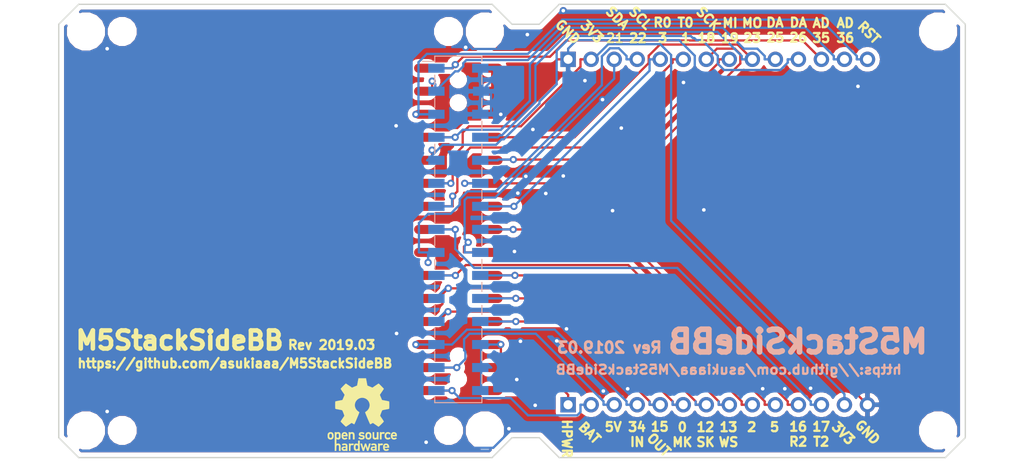
<source format=kicad_pcb>
(kicad_pcb (version 20171130) (host pcbnew 5.0.2-bee76a0~70~ubuntu18.04.1)
  (layers (0 F.Cu signal) (31 B.Cu signal) (34 B.Paste user) (35 F.Paste user) (36 B.SilkS user) (37 F.SilkS user) (38 B.Mask user) (39 F.Mask user) (44 Edge.Cuts user))
  (net 0 "")
  (net 1 GND)
  (net 2 G23)
  (net 3 G19)
  (net 4 G18)
  (net 5 G3)
  (net 6 G16)
  (net 7 G21)
  (net 8 G2)
  (net 9 G12)
  (net 10 G15)
  (net 11 HPWR)
  (net 12 +BATT)
  (net 13 +5V)
  (net 14 G34)
  (net 15 G0)
  (net 16 G13)
  (net 17 G5)
  (net 18 G22)
  (net 19 G17)
  (net 20 G1)
  (net 21 G26)
  (net 22 G25)
  (net 23 RST)
  (net 24 G36)
  (net 25 G35)
  (net 26 +3V3)
  (module footprints:PinHeader_2x15_P2.54mm_M5Stack_SpacerPCB_pads (layer F.Cu) (at 144.074 74.8284)
    (fp_text reference J3 hide)
    (fp_text value Conn_02x15_Odd_Even)
    (pad "" np_thru_hole oval (at 0 13.97) (size 0.9 0.9) (drill 0.9) (layers *.Cu *.Mask))
    (pad "" np_thru_hole oval (at 0 -13.97) (size 0.9 0.9) (drill 0.9) (layers *.Cu *.Mask))
    (pad 30 smd oval (at 3.88 17.78) (size 2 1) (layers F.Cu F.Paste F.Mask) (net 11 HPWR))
    (pad 28 smd oval (at 3.88 15.24) (size 2 1) (layers F.Cu F.Paste F.Mask) (net 11 HPWR))
    (pad 26 smd oval (at 3.88 12.7) (size 2 1) (layers F.Cu F.Paste F.Mask) (net 11 HPWR))
    (pad 24 smd oval (at 3.88 10.16) (size 2 1) (layers F.Cu F.Paste F.Mask) (net 10 G15))
    (pad 22 smd oval (at 3.88 7.62) (size 2 1) (layers F.Cu F.Paste F.Mask) (net 9 G12))
    (pad 20 smd oval (at 3.88 5.08) (size 2 1) (layers F.Cu F.Paste F.Mask) (net 8 G2))
    (pad 18 smd oval (at 3.88 2.54) (size 2 1) (layers F.Cu F.Paste F.Mask) (net 7 G21))
    (pad 16 smd oval (at 3.88 0.01) (size 2 1) (layers F.Cu F.Paste F.Mask) (net 6 G16))
    (pad 14 smd oval (at 3.88 -2.55) (size 2 1) (layers F.Cu F.Paste F.Mask) (net 5 G3))
    (pad 12 smd oval (at 3.88 -5.08) (size 2 1) (layers F.Cu F.Paste F.Mask) (net 4 G18))
    (pad 10 smd oval (at 3.88 -7.62) (size 2 1) (layers F.Cu F.Paste F.Mask) (net 3 G19))
    (pad 8 smd oval (at 3.88 -10.16) (size 2 1) (layers F.Cu F.Paste F.Mask) (net 2 G23))
    (pad 6 smd oval (at 3.88 -12.7) (size 2 1) (layers F.Cu F.Paste F.Mask) (net 1 GND))
    (pad 4 smd oval (at 3.88 -15.24) (size 2 1) (layers F.Cu F.Paste F.Mask) (net 1 GND))
    (pad 2 smd oval (at 3.88 -17.78) (size 2 1) (layers F.Cu F.Paste F.Mask) (net 1 GND))
    (pad 29 smd oval (at -3.88 17.78) (size 2 1) (layers F.Cu F.Paste F.Mask) (net 12 +BATT))
    (pad 27 smd oval (at -3.88 15.24) (size 2 1) (layers F.Cu F.Paste F.Mask) (net 13 +5V))
    (pad 25 smd oval (at -3.88 12.7) (size 2 1) (layers F.Cu F.Paste F.Mask) (net 14 G34))
    (pad 23 smd oval (at -3.88 10.16) (size 2 1) (layers F.Cu F.Paste F.Mask) (net 15 G0))
    (pad 21 smd oval (at -3.88 7.62) (size 2 1) (layers F.Cu F.Paste F.Mask) (net 16 G13))
    (pad 19 smd oval (at -3.88 5.08) (size 2 1) (layers F.Cu F.Paste F.Mask) (net 17 G5))
    (pad 17 smd oval (at -3.88 2.54) (size 2 1) (layers F.Cu F.Paste F.Mask) (net 18 G22))
    (pad 15 smd oval (at -3.88 0.01) (size 2 1) (layers F.Cu F.Paste F.Mask) (net 19 G17))
    (pad 13 smd oval (at -3.88 -2.54) (size 2 1) (layers F.Cu F.Paste F.Mask) (net 20 G1))
    (pad 11 smd oval (at -3.88 -5.08) (size 2 1) (layers F.Cu F.Paste F.Mask) (net 26 +3V3))
    (pad 9 smd oval (at -3.88 -7.62) (size 2 1) (layers F.Cu F.Paste F.Mask) (net 21 G26))
    (pad 7 smd oval (at -3.88 -10.16) (size 2 1) (layers F.Cu F.Paste F.Mask) (net 22 G25))
    (pad 5 smd oval (at -3.88 -12.7) (size 2 1) (layers F.Cu F.Paste F.Mask) (net 23 RST))
    (pad 3 smd oval (at -3.88 -15.24) (size 2 1) (layers F.Cu F.Paste F.Mask) (net 24 G36))
    (pad 1 smd oval (at -3.88 -17.78) (size 2 1) (layers F.Cu F.Paste F.Mask) (net 25 G35))
  )
  (module MountingHole:MountingHole_3.2mm_M3 (layer F.Cu) (at 103 53)
    (fp_text reference REF1 hide)
    (fp_text value MountingHole_3.2mm_M3)
    (pad 1 np_thru_hole circle (at 0 0) (size 3.2 3.2) (drill 3.2) (layers *.Cu *.Mask))
  )
  (module MountingHole:MountingHole_3.2mm_M3 (layer F.Cu) (at 147 53)
    (fp_text reference REF4 hide)
    (fp_text value MountingHole_3.2mm_M3)
    (pad 1 np_thru_hole circle (at 0 0) (size 3.2 3.2) (drill 3.2) (layers *.Cu *.Mask))
  )
  (module MountingHole:MountingHole_3.2mm_M3 (layer F.Cu) (at 103 97)
    (fp_text reference REF6 hide)
    (fp_text value MountingHole_3.2mm_M3)
    (pad 1 np_thru_hole circle (at 0 0) (size 3.2 3.2) (drill 3.2) (layers *.Cu *.Mask))
  )
  (module MountingHole:MountingHole_3.2mm_M3 (layer F.Cu) (at 147 97)
    (fp_text reference REF9 hide)
    (fp_text value MountingHole_3.2mm_M3)
    (pad 1 np_thru_hole circle (at 0 0) (size 3.2 3.2) (drill 3.2) (layers *.Cu *.Mask))
  )
  (module MountingHole:MountingHole_2.2mm_M2 (layer F.Cu) (at 107 53)
    (fp_text reference REF2 hide)
    (fp_text value MountingHole_2.2mm_M2)
    (pad 1 np_thru_hole circle (at 0 0) (size 2.2 2.2) (drill 2.2) (layers *.Cu *.Mask))
  )
  (module MountingHole:MountingHole_2.2mm_M2 (layer F.Cu) (at 143 53)
    (fp_text reference REF3 hide)
    (fp_text value MountingHole_2.2mm_M2)
    (pad 1 np_thru_hole circle (at 0 0) (size 2.2 2.2) (drill 2.2) (layers *.Cu *.Mask))
  )
  (module MountingHole:MountingHole_2.2mm_M2 (layer F.Cu) (at 107 97)
    (fp_text reference REF7 hide)
    (fp_text value MountingHole_2.2mm_M2)
    (pad 1 np_thru_hole circle (at 0 0) (size 2.2 2.2) (drill 2.2) (layers *.Cu *.Mask))
  )
  (module MountingHole:MountingHole_2.2mm_M2 (layer F.Cu) (at 143 97)
    (fp_text reference REF8 hide)
    (fp_text value MountingHole_2.2mm_M2)
    (pad 1 np_thru_hole circle (at 0 0) (size 2.2 2.2) (drill 2.2) (layers *.Cu *.Mask))
  )
  (module MountingHole:MountingHole_3.2mm_M3 (layer F.Cu) (at 197 53)
    (fp_text reference REF5 hide)
    (fp_text value MountingHole_3.2mm_M3)
    (pad 1 np_thru_hole circle (at 0 0) (size 3.2 3.2) (drill 3.2) (layers *.Cu *.Mask))
  )
  (module MountingHole:MountingHole_3.2mm_M3 (layer F.Cu) (at 197 97)
    (fp_text reference REF10 hide)
    (fp_text value MountingHole_3.2mm_M3)
    (pad 1 np_thru_hole circle (at 0 0) (size 3.2 3.2) (drill 3.2) (layers *.Cu *.Mask))
  )
  (module footprints:PinSocket_1x14_P2.54mm_Vertical_without_silk (layer F.Cu) (at 156.185 56.07 90)
    (fp_text reference J1 hide)
    (fp_text value Conn_01x14)
    (pad 14 thru_hole oval (at 0 33.02 90) (size 1.7 1.7) (drill 1) (layers *.Cu *.Mask) (net 23 RST))
    (pad 13 thru_hole oval (at 0 30.48 90) (size 1.7 1.7) (drill 1) (layers *.Cu *.Mask) (net 24 G36))
    (pad 12 thru_hole oval (at 0 27.94 90) (size 1.7 1.7) (drill 1) (layers *.Cu *.Mask) (net 25 G35))
    (pad 11 thru_hole oval (at 0 25.4 90) (size 1.7 1.7) (drill 1) (layers *.Cu *.Mask) (net 21 G26))
    (pad 10 thru_hole oval (at 0 22.86 90) (size 1.7 1.7) (drill 1) (layers *.Cu *.Mask) (net 22 G25))
    (pad 9 thru_hole oval (at 0 20.32 90) (size 1.7 1.7) (drill 1) (layers *.Cu *.Mask) (net 2 G23))
    (pad 8 thru_hole oval (at 0 17.78 90) (size 1.7 1.7) (drill 1) (layers *.Cu *.Mask) (net 3 G19))
    (pad 7 thru_hole oval (at 0 15.24 90) (size 1.7 1.7) (drill 1) (layers *.Cu *.Mask) (net 4 G18))
    (pad 6 thru_hole oval (at 0 12.7 90) (size 1.7 1.7) (drill 1) (layers *.Cu *.Mask) (net 20 G1))
    (pad 5 thru_hole oval (at 0 10.16 90) (size 1.7 1.7) (drill 1) (layers *.Cu *.Mask) (net 5 G3))
    (pad 4 thru_hole oval (at 0 7.62 90) (size 1.7 1.7) (drill 1) (layers *.Cu *.Mask) (net 18 G22))
    (pad 3 thru_hole oval (at 0 5.08 90) (size 1.7 1.7) (drill 1) (layers *.Cu *.Mask) (net 7 G21))
    (pad 2 thru_hole oval (at 0 2.54 90) (size 1.7 1.7) (drill 1) (layers *.Cu *.Mask) (net 26 +3V3))
    (pad 1 thru_hole rect (at 0 0 90) (size 1.7 1.7) (drill 1) (layers *.Cu *.Mask) (net 1 GND))
  )
  (module footprints:PinSocket_1x14_P2.54mm_Vertical_without_silk (layer F.Cu) (at 156.185 94.17 90)
    (fp_text reference J2 hide)
    (fp_text value Conn_01x14)
    (pad 1 thru_hole rect (at 0 0 90) (size 1.7 1.7) (drill 1) (layers *.Cu *.Mask) (net 11 HPWR))
    (pad 2 thru_hole oval (at 0 2.54 90) (size 1.7 1.7) (drill 1) (layers *.Cu *.Mask) (net 12 +BATT))
    (pad 3 thru_hole oval (at 0 5.08 90) (size 1.7 1.7) (drill 1) (layers *.Cu *.Mask) (net 13 +5V))
    (pad 4 thru_hole oval (at 0 7.62 90) (size 1.7 1.7) (drill 1) (layers *.Cu *.Mask) (net 14 G34))
    (pad 5 thru_hole oval (at 0 10.16 90) (size 1.7 1.7) (drill 1) (layers *.Cu *.Mask) (net 10 G15))
    (pad 6 thru_hole oval (at 0 12.7 90) (size 1.7 1.7) (drill 1) (layers *.Cu *.Mask) (net 15 G0))
    (pad 7 thru_hole oval (at 0 15.24 90) (size 1.7 1.7) (drill 1) (layers *.Cu *.Mask) (net 9 G12))
    (pad 8 thru_hole oval (at 0 17.78 90) (size 1.7 1.7) (drill 1) (layers *.Cu *.Mask) (net 16 G13))
    (pad 9 thru_hole oval (at 0 20.32 90) (size 1.7 1.7) (drill 1) (layers *.Cu *.Mask) (net 8 G2))
    (pad 10 thru_hole oval (at 0 22.86 90) (size 1.7 1.7) (drill 1) (layers *.Cu *.Mask) (net 17 G5))
    (pad 11 thru_hole oval (at 0 25.4 90) (size 1.7 1.7) (drill 1) (layers *.Cu *.Mask) (net 6 G16))
    (pad 12 thru_hole oval (at 0 27.94 90) (size 1.7 1.7) (drill 1) (layers *.Cu *.Mask) (net 19 G17))
    (pad 13 thru_hole oval (at 0 30.48 90) (size 1.7 1.7) (drill 1) (layers *.Cu *.Mask) (net 26 +3V3))
    (pad 14 thru_hole oval (at 0 33.02 90) (size 1.7 1.7) (drill 1) (layers *.Cu *.Mask) (net 1 GND))
  )
  (module Symbol:OSHW-Logo_7.5x8mm_SilkScreen (layer F.Cu) (at 133.46684 95.25508)
    (fp_text reference REF** hide)
    (fp_text value OSHW-Logo_7.5x8mm_SilkScreen hide)
  )
  (module footprints:PinSocket_2x15_P2.54mm_Vertical_SMD_just_for_M5Stack_bottom (layer B.Cu) (at 144.074 74.8284 180)
    (fp_text reference J4 hide)
    (fp_text value Conn_02x15_Odd_Even)
    (pad "" np_thru_hole circle (at 0 -16.51 180) (size 0.9 0.9) (drill 0.9) (layers *.Cu *.Mask))
    (pad "" np_thru_hole circle (at 0 16.51 180) (size 0.9 0.9) (drill 0.9) (layers *.Cu *.Mask))
    (pad 1 smd rect (at 2.42 17.78 180) (size 1.8 1) (layers B.Cu B.Paste B.Mask) (net 25 G35))
    (pad 2 smd rect (at -2.42 17.78 180) (size 1.8 1) (layers B.Cu B.Paste B.Mask) (net 1 GND))
    (pad 3 smd rect (at 2.42 15.24 180) (size 1.8 1) (layers B.Cu B.Paste B.Mask) (net 24 G36))
    (pad 4 smd rect (at -2.52 15.24 180) (size 1.8 1) (layers B.Cu B.Paste B.Mask) (net 1 GND))
    (pad 5 smd rect (at 2.42 12.7 180) (size 1.8 1) (layers B.Cu B.Paste B.Mask) (net 23 RST))
    (pad 6 smd rect (at -2.42 12.7 180) (size 1.8 1) (layers B.Cu B.Paste B.Mask) (net 1 GND))
    (pad 7 smd rect (at 2.42 10.16 180) (size 1.8 1) (layers B.Cu B.Paste B.Mask) (net 22 G25))
    (pad 8 smd rect (at -2.42 10.16 180) (size 1.8 1) (layers B.Cu B.Paste B.Mask) (net 2 G23))
    (pad 9 smd rect (at 2.42 7.62 180) (size 1.8 1) (layers B.Cu B.Paste B.Mask) (net 21 G26))
    (pad 10 smd rect (at -2.42 7.62 180) (size 1.8 1) (layers B.Cu B.Paste B.Mask) (net 3 G19))
    (pad 11 smd rect (at 2.42 5.08 180) (size 1.8 1) (layers B.Cu B.Paste B.Mask) (net 26 +3V3))
    (pad 12 smd rect (at -2.42 5.08 180) (size 1.8 1) (layers B.Cu B.Paste B.Mask) (net 4 G18))
    (pad 13 smd rect (at 2.42 2.54 180) (size 1.8 1) (layers B.Cu B.Paste B.Mask) (net 20 G1))
    (pad 14 smd rect (at -2.42 2.54 180) (size 1.8 1) (layers B.Cu B.Paste B.Mask) (net 5 G3))
    (pad 15 smd rect (at 2.42 0 180) (size 1.8 1) (layers B.Cu B.Paste B.Mask) (net 19 G17))
    (pad 16 smd rect (at -2.42 0 180) (size 1.8 1) (layers B.Cu B.Paste B.Mask) (net 6 G16))
    (pad 17 smd rect (at 2.42 -2.54 180) (size 1.8 1) (layers B.Cu B.Paste B.Mask) (net 18 G22))
    (pad 18 smd rect (at -2.42 -2.54 180) (size 1.8 1) (layers B.Cu B.Paste B.Mask) (net 7 G21))
    (pad 19 smd rect (at 2.42 -5.08 180) (size 1.8 1) (layers B.Cu B.Paste B.Mask) (net 17 G5))
    (pad 20 smd rect (at -2.42 -5.08 180) (size 1.8 1) (layers B.Cu B.Paste B.Mask) (net 8 G2))
    (pad 21 smd rect (at 2.42 -7.62 180) (size 1.8 1) (layers B.Cu B.Paste B.Mask) (net 16 G13))
    (pad 22 smd rect (at -2.42 -7.62 180) (size 1.8 1) (layers B.Cu B.Paste B.Mask) (net 9 G12))
    (pad 23 smd rect (at 2.42 -10.16 180) (size 1.8 1) (layers B.Cu B.Paste B.Mask) (net 15 G0))
    (pad 24 smd rect (at -2.42 -10.16 180) (size 1.8 1) (layers B.Cu B.Paste B.Mask) (net 10 G15))
    (pad 25 smd rect (at 2.42 -12.7 180) (size 1.8 1) (layers B.Cu B.Paste B.Mask) (net 14 G34))
    (pad 26 smd rect (at -2.42 -12.7 180) (size 1.8 1) (layers B.Cu B.Paste B.Mask) (net 11 HPWR))
    (pad 27 smd rect (at 2.42 -15.24 180) (size 1.8 1) (layers B.Cu B.Paste B.Mask) (net 13 +5V))
    (pad 28 smd rect (at -2.42 -15.24 180) (size 1.8 1) (layers B.Cu B.Paste B.Mask) (net 11 HPWR))
    (pad 29 smd rect (at 2.42 -17.78 180) (size 1.8 1) (layers B.Cu B.Paste B.Mask) (net 12 +BATT))
    (pad 30 smd rect (at -2.42 -17.78 180) (size 1.8 1) (layers B.Cu B.Paste B.Mask) (net 11 HPWR))
  )
  (gr_text 34 (at 163.78428 96.62668) (layer F.SilkS) (effects (font (size 1 1) (thickness 0.25))))
  (gr_text IN (at 163.80968 98.28276) (layer F.SilkS) (effects (font (size 1 1) (thickness 0.25))))
  (gr_text 0 (at 168.783 96.65208) (layer F.SilkS) (effects (font (size 1 1) (thickness 0.25))))
  (gr_text MK (at 168.783 98.30308) (layer F.SilkS) (effects (font (size 1 1) (thickness 0.25))))
  (gr_text 15 (at 166.2938 96.60636) (layer F.SilkS) (effects (font (size 1 1) (thickness 0.25))))
  (gr_text OUT (at 166.18712 98.6028 -45) (layer F.SilkS) (effects (font (size 1 1) (thickness 0.25))))
  (gr_text 12 (at 171.33824 96.64192) (layer F.SilkS) (effects (font (size 1 1) (thickness 0.25))))
  (gr_text 13 (at 173.87824 96.64192) (layer F.SilkS) (effects (font (size 1 1) (thickness 0.25))))
  (gr_text WS (at 173.87824 98.29292) (layer F.SilkS) (effects (font (size 1 1) (thickness 0.25))))
  (gr_text SK (at 171.33824 98.29292) (layer F.SilkS) (effects (font (size 1 1) (thickness 0.25))))
  (gr_text HPWR (at 156.04744 97.91192 270) (layer F.SilkS) (effects (font (size 1 1) (thickness 0.25))))
  (gr_text "Rev 2019.03" (at 130.0988 87.5792) (layer F.SilkS) (effects (font (size 1 1) (thickness 0.25))))
  (gr_text M5StackSideBB (at 113.3348 87.0712) (layer F.SilkS) (effects (font (size 2 2) (thickness 0.5))))
  (gr_text https://github.com/asukiaaa/M5StackSideBB (at 173.8884 90.30208) (layer B.SilkS) (effects (font (size 1 1.1) (thickness 0.25)) (justify mirror)))
  (gr_text https://github.com/asukiaaa/M5StackSideBB (at 119.4308 89.6112) (layer F.SilkS) (effects (font (size 1 1) (thickness 0.25))))
  (gr_text GND (at 156.1338 53.0352 -45) (layer F.SilkS) (effects (font (size 1 1) (thickness 0.25))))
  (gr_line (start 153 52.2) (end 155.2 50) (layer Edge.Cuts) (width 0.15))
  (gr_line (start 150 52.2) (end 153 52.2) (layer Edge.Cuts) (width 0.15))
  (gr_line (start 153 97.8) (end 155.2 100) (layer Edge.Cuts) (width 0.15))
  (gr_line (start 150 97.8) (end 153 97.8) (layer Edge.Cuts) (width 0.15))
  (gr_text R0 (at 166.5986 52.0192) (layer F.SilkS) (effects (font (size 1 1) (thickness 0.25))))
  (gr_text T0 (at 169.1386 52.0192) (layer F.SilkS) (effects (font (size 1 1) (thickness 0.25))))
  (gr_text R2 (at 181.56428 98.2472) (layer F.SilkS) (effects (font (size 1 1) (thickness 0.25))))
  (gr_text T2 (at 184.10428 98.2472) (layer F.SilkS) (effects (font (size 1 1) (thickness 0.25))))
  (gr_text DA (at 178.9938 52.0192) (layer F.SilkS) (effects (font (size 1 1) (thickness 0.25))))
  (gr_text DA (at 181.57952 52.0192) (layer F.SilkS) (effects (font (size 1 1) (thickness 0.25))))
  (gr_text AD (at 184.10428 52.06492) (layer F.SilkS) (effects (font (size 1 1) (thickness 0.25))))
  (gr_text AD (at 186.75604 52.05984) (layer F.SilkS) (effects (font (size 1 1) (thickness 0.25))))
  (gr_text "Rev 2019.03" (at 160.74136 87.86876) (layer B.SilkS) (effects (font (size 1.2 1.2) (thickness 0.3)) (justify mirror)))
  (gr_text M5StackSideBB (at 181.52872 87.21852) (layer B.SilkS) (effects (font (size 2.5 2.5) (thickness 0.625)) (justify mirror)))
  (gr_text SCK (at 171.64812 51.59756 -45) (layer F.SilkS) (effects (font (size 1 1) (thickness 0.25))))
  (gr_text 18 (at 171.44492 53.71084) (layer F.SilkS) (effects (font (size 1 1) (thickness 0.25))))
  (gr_text MO (at 176.48936 52.05984) (layer F.SilkS) (effects (font (size 1 1) (thickness 0.25))))
  (gr_text 19 (at 174.02556 53.74132) (layer F.SilkS) (effects (font (size 1 1) (thickness 0.25))))
  (gr_text 23 (at 176.48936 53.71084) (layer F.SilkS) (effects (font (size 1 1) (thickness 0.25))))
  (gr_text MI (at 174.05096 52.05984) (layer F.SilkS) (effects (font (size 1 1) (thickness 0.25))))
  (gr_text SCL (at 164.15512 51.5112 -45) (layer F.SilkS) (effects (font (size 1 1) (thickness 0.25))))
  (gr_text SDA (at 161.61512 51.5112 -45) (layer F.SilkS) (effects (font (size 1 1) (thickness 0.25))))
  (gr_text 3V3 (at 186.53252 97.3328 -45) (layer F.SilkS) (effects (font (size 1 1) (thickness 0.25))))
  (gr_text 22 (at 163.89096 53.73624) (layer F.SilkS) (effects (font (size 1 1) (thickness 0.25))))
  (gr_text GND (at 189.19952 97.2058 -45) (layer F.SilkS) (effects (font (size 1 1) (thickness 0.25))))
  (gr_text 21 (at 161.35096 53.73624) (layer F.SilkS) (effects (font (size 1 1) (thickness 0.2))))
  (gr_text 36 (at 186.75604 53.71084) (layer F.SilkS) (effects (font (size 1 1) (thickness 0.25))))
  (gr_text 3V3 (at 158.81604 53.0352 -45) (layer F.SilkS) (effects (font (size 1 1) (thickness 0.25))))
  (gr_text 35 (at 184.10428 53.71592) (layer F.SilkS) (effects (font (size 1 1) (thickness 0.25))))
  (gr_text BAT (at 158.55188 97.27184 -45) (layer F.SilkS) (effects (font (size 1 1) (thickness 0.25))))
  (gr_text RST (at 189.36716 53.12156 -45) (layer F.SilkS) (effects (font (size 1 1) (thickness 0.25))))
  (gr_text 5V (at 161.163 96.62668) (layer F.SilkS) (effects (font (size 1 1) (thickness 0.25))))
  (gr_text 26 (at 181.57952 53.6702) (layer F.SilkS) (effects (font (size 1 1) (thickness 0.25))))
  (gr_text 25 (at 179.0446 53.6702) (layer F.SilkS) (effects (font (size 1 1) (thickness 0.25))))
  (gr_text 5 (at 178.95824 96.63684) (layer F.SilkS) (effects (font (size 1 1) (thickness 0.25))))
  (gr_text 2 (at 176.44872 96.63684) (layer F.SilkS) (effects (font (size 1 1) (thickness 0.25))))
  (gr_text 17 (at 184.10428 96.5962) (layer F.SilkS) (effects (font (size 1 1) (thickness 0.25))))
  (gr_text 16 (at 181.56428 96.5962) (layer F.SilkS) (effects (font (size 1 1) (thickness 0.25))))
  (gr_text 1 (at 169.15892 53.71084) (layer F.SilkS) (effects (font (size 1 1) (thickness 0.25))))
  (gr_text 3 (at 166.61892 53.71084) (layer F.SilkS) (effects (font (size 1 1) (thickness 0.25))))
  (gr_line (start 200 97.8) (end 197.8 100) (layer Edge.Cuts) (width 0.15))
  (gr_line (start 197.8 50) (end 200 52.2) (layer Edge.Cuts) (width 0.15))
  (gr_line (start 197.8 100) (end 155.2 100) (layer Edge.Cuts) (width 0.15))
  (gr_line (start 200 52.2) (end 200 97.8) (layer Edge.Cuts) (width 0.15))
  (gr_line (start 155.2 50) (end 197.8 50) (layer Edge.Cuts) (width 0.15))
  (gr_line (start 102.2 50) (end 100 52.2) (layer Edge.Cuts) (width 0.15))
  (gr_line (start 100 97.8) (end 100 52.2) (layer Edge.Cuts) (width 0.15))
  (gr_line (start 102.2 100) (end 100 97.8) (layer Edge.Cuts) (width 0.15))
  (gr_line (start 147.8 100) (end 102.2 100) (layer Edge.Cuts) (width 0.15))
  (gr_line (start 150 97.8) (end 147.8 100) (layer Edge.Cuts) (width 0.15))
  (gr_line (start 147.8 50) (end 150 52.2) (layer Edge.Cuts) (width 0.15))
  (gr_line (start 102.2 50) (end 147.8 50) (layer Edge.Cuts) (width 0.15))
  (segment (start 156.185 56.07) (end 155.0097 56.07) (width 0.25) (layer F.Cu) (net 1))
  (segment (start 149.054 57.0484) (end 154.0313 57.0484) (width 0.25) (layer F.Cu) (net 1))
  (segment (start 154.0313 57.0484) (end 155.0097 56.07) (width 0.25) (layer F.Cu) (net 1))
  (segment (start 148.754 57.0484) (end 149.054 57.0484) (width 0.25) (layer F.Cu) (net 1))
  (segment (start 156.185 54.8947) (end 157.1329 53.9468) (width 0.25) (layer B.Cu) (net 1))
  (segment (start 157.1329 53.9468) (end 168.4302 53.9468) (width 0.25) (layer B.Cu) (net 1))
  (segment (start 168.4302 53.9468) (end 170.155 55.6716) (width 0.25) (layer B.Cu) (net 1))
  (segment (start 170.155 55.6716) (end 170.155 73.9447) (width 0.25) (layer B.Cu) (net 1))
  (segment (start 170.155 73.9447) (end 189.205 92.9947) (width 0.25) (layer B.Cu) (net 1))
  (segment (start 156.185 56.07) (end 156.185 54.8947) (width 0.25) (layer B.Cu) (net 1))
  (segment (start 189.205 94.17) (end 189.205 92.9947) (width 0.25) (layer B.Cu) (net 1))
  (segment (start 147.8265 57.0484) (end 148.754 57.0484) (width 0.25) (layer F.Cu) (net 1))
  (segment (start 147.8265 59.5884) (end 148.754 59.5884) (width 0.25) (layer F.Cu) (net 1))
  (segment (start 147.8265 57.0484) (end 147.8265 59.5884) (width 0.25) (layer F.Cu) (net 1))
  (segment (start 146.594 57.0484) (end 146.894 57.0484) (width 0.25) (layer B.Cu) (net 1))
  (segment (start 148.4193 57.0484) (end 148.644 57.0484) (width 0.25) (layer B.Cu) (net 1))
  (segment (start 146.894 57.0484) (end 148.4193 57.0484) (width 0.25) (layer B.Cu) (net 1))
  (segment (start 146.604 59.5984) (end 148.4193 57.7831) (width 0.25) (layer B.Cu) (net 1))
  (segment (start 148.4193 57.7831) (end 148.4193 57.0484) (width 0.25) (layer B.Cu) (net 1))
  (segment (start 146.604 59.5984) (end 146.594 59.5884) (width 0.25) (layer B.Cu) (net 1))
  (segment (start 147.684 59.6084) (end 146.614 59.6084) (width 0.25) (layer B.Cu) (net 1))
  (segment (start 146.614 59.6084) (end 146.604 59.5984) (width 0.25) (layer B.Cu) (net 1))
  (segment (start 146.599 62.1284) (end 146.899 62.1284) (width 0.25) (layer F.Cu) (net 1))
  (segment (start 148.754 59.6084) (end 148.754 62.1284) (width 0.25) (layer F.Cu) (net 1))
  (segment (start 148.754 59.5884) (end 148.754 59.6084) (width 0.25) (layer F.Cu) (net 1))
  (segment (start 146.899 62.1284) (end 148.754 62.1284) (width 0.25) (layer F.Cu) (net 1))
  (segment (start 148.754 59.6084) (end 147.684 59.6084) (width 0.25) (layer B.Cu) (net 1))
  (segment (start 147.684 62.1284) (end 148.4193 62.1284) (width 0.25) (layer B.Cu) (net 1))
  (segment (start 146.594 62.1284) (end 147.684 62.1284) (width 0.25) (layer B.Cu) (net 1))
  (segment (start 147.684 59.6084) (end 147.684 62.1284) (width 0.25) (layer B.Cu) (net 1))
  (segment (start 148.754 62.1384) (end 148.4293 62.1384) (width 0.25) (layer B.Cu) (net 1))
  (segment (start 148.4293 62.1384) (end 148.4193 62.1284) (width 0.25) (layer B.Cu) (net 1))
  (segment (start 148.754 59.5884) (end 149.034 59.5884) (width 0.25) (layer F.Cu) (net 1))
  (segment (start 148.754 62.1284) (end 149.044 62.1284) (width 0.25) (layer F.Cu) (net 1))
  (segment (start 148.754 62.1384) (end 148.754 62.1284) (width 0.25) (layer F.Cu) (net 1))
  (via (at 171.15536 72.67956) (size 0.8) (drill 0.4) (layers F.Cu B.Cu) (net 1))
  (segment (start 189.205 94.17) (end 189.205 90.7292) (width 0.25) (layer B.Cu) (net 1))
  (segment (start 189.205 90.7292) (end 171.15536 72.67956) (width 0.25) (layer B.Cu) (net 1))
  (via (at 161.0868 72.76084) (size 0.8) (drill 0.4) (layers F.Cu B.Cu) (net 1))
  (segment (start 171.15536 72.67956) (end 161.16808 72.67956) (width 0.25) (layer F.Cu) (net 1))
  (segment (start 161.16808 72.67956) (end 161.0868 72.76084) (width 0.25) (layer F.Cu) (net 1))
  (via (at 188.15812 59.04992) (size 0.8) (drill 0.4) (layers F.Cu B.Cu) (net 1))
  (segment (start 171.15536 72.67956) (end 174.52848 72.67956) (width 0.25) (layer B.Cu) (net 1))
  (segment (start 174.52848 72.67956) (end 188.15812 59.04992) (width 0.25) (layer B.Cu) (net 1))
  (segment (start 144.774 62.1284) (end 143.49892 63.40348) (width 0.25) (layer F.Cu) (net 1))
  (segment (start 146.599 62.1284) (end 144.774 62.1284) (width 0.25) (layer F.Cu) (net 1))
  (via (at 105.33888 54.89956) (size 0.8) (drill 0.4) (layers F.Cu B.Cu) (net 1))
  (segment (start 113.8428 63.40348) (end 105.33888 54.89956) (width 0.25) (layer F.Cu) (net 1))
  (segment (start 143.49892 63.40348) (end 138.71956 63.40348) (width 0.25) (layer F.Cu) (net 1))
  (via (at 105.33888 94.91472) (size 0.8) (drill 0.4) (layers F.Cu B.Cu) (net 1))
  (segment (start 105.33888 54.89956) (end 105.33888 94.91472) (width 0.25) (layer B.Cu) (net 1))
  (via (at 140.52296 98.30816) (size 0.8) (drill 0.4) (layers F.Cu B.Cu) (net 1))
  (segment (start 105.33888 94.91472) (end 137.12952 94.91472) (width 0.25) (layer F.Cu) (net 1))
  (segment (start 137.12952 94.91472) (end 140.52296 98.30816) (width 0.25) (layer F.Cu) (net 1))
  (segment (start 140.922959 97.908161) (end 140.922959 95.576441) (width 0.25) (layer B.Cu) (net 1))
  (segment (start 140.52296 98.30816) (end 140.922959 97.908161) (width 0.25) (layer B.Cu) (net 1))
  (segment (start 140.922959 95.576441) (end 141.986 94.5134) (width 0.25) (layer B.Cu) (net 1))
  (segment (start 141.986 94.5134) (end 149.26564 94.5134) (width 0.25) (layer B.Cu) (net 1))
  (segment (start 149.6568 97.192202) (end 149.6568 96.81464) (width 0.25) (layer B.Cu) (net 1))
  (via (at 149.6568 96.81464) (size 0.8) (drill 0.4) (layers F.Cu B.Cu) (net 1))
  (segment (start 147.924001 98.925001) (end 149.6568 97.192202) (width 0.25) (layer B.Cu) (net 1))
  (segment (start 140.52296 98.30816) (end 141.139801 98.925001) (width 0.25) (layer B.Cu) (net 1))
  (segment (start 141.139801 98.925001) (end 147.924001 98.925001) (width 0.25) (layer B.Cu) (net 1))
  (segment (start 137.2108 63.40348) (end 137.2108 55.88) (width 0.25) (layer F.Cu) (net 1))
  (segment (start 137.2108 63.40348) (end 113.8428 63.40348) (width 0.25) (layer F.Cu) (net 1))
  (segment (start 138.71956 63.40348) (end 137.2108 63.40348) (width 0.25) (layer F.Cu) (net 1))
  (via (at 144.8816 54.7472) (size 0.8) (drill 0.4) (layers F.Cu B.Cu) (net 1))
  (segment (start 137.2108 55.88) (end 138.3436 54.7472) (width 0.25) (layer F.Cu) (net 1))
  (segment (start 138.3436 54.7472) (end 144.8816 54.7472) (width 0.25) (layer F.Cu) (net 1))
  (segment (start 150.103799 54.925001) (end 151.6888 53.34) (width 0.25) (layer B.Cu) (net 1))
  (segment (start 145.625086 54.925001) (end 150.103799 54.925001) (width 0.25) (layer B.Cu) (net 1))
  (segment (start 144.8816 54.7472) (end 145.447285 54.7472) (width 0.25) (layer B.Cu) (net 1))
  (via (at 151.6888 53.34) (size 0.8) (drill 0.4) (layers F.Cu B.Cu) (net 1))
  (segment (start 145.447285 54.7472) (end 145.625086 54.925001) (width 0.25) (layer B.Cu) (net 1))
  (via (at 155.6512 50.6984) (size 0.8) (drill 0.4) (layers F.Cu B.Cu) (net 1))
  (segment (start 151.6888 53.34) (end 153.0096 53.34) (width 0.25) (layer F.Cu) (net 1))
  (segment (start 153.0096 53.34) (end 155.6512 50.6984) (width 0.25) (layer F.Cu) (net 1))
  (via (at 182.9308 92.3544) (size 0.8) (drill 0.4) (layers F.Cu B.Cu) (net 1))
  (segment (start 189.205 94.17) (end 187.3894 92.3544) (width 0.25) (layer F.Cu) (net 1))
  (segment (start 187.3894 92.3544) (end 182.9308 92.3544) (width 0.25) (layer F.Cu) (net 1))
  (via (at 180.086 92.4052) (size 0.8) (drill 0.4) (layers F.Cu B.Cu) (net 1))
  (segment (start 182.9308 92.3544) (end 180.1368 92.3544) (width 0.25) (layer F.Cu) (net 1))
  (segment (start 180.1368 92.3544) (end 180.086 92.4052) (width 0.25) (layer F.Cu) (net 1))
  (via (at 162.755047 92.413353) (size 0.8) (drill 0.4) (layers F.Cu B.Cu) (net 1))
  (segment (start 162.7632 92.4052) (end 162.755047 92.413353) (width 0.25) (layer B.Cu) (net 1))
  (via (at 150.5204 91.3892) (size 0.8) (drill 0.4) (layers F.Cu B.Cu) (net 1))
  (segment (start 162.755047 92.413353) (end 161.730894 91.3892) (width 0.25) (layer F.Cu) (net 1))
  (segment (start 161.730894 91.3892) (end 150.5204 91.3892) (width 0.25) (layer F.Cu) (net 1))
  (via (at 150.9268 87.1728) (size 0.8) (drill 0.4) (layers F.Cu B.Cu) (net 1))
  (segment (start 150.5204 91.3892) (end 150.5204 87.5792) (width 0.25) (layer B.Cu) (net 1))
  (segment (start 150.5204 87.5792) (end 150.9268 87.1728) (width 0.25) (layer B.Cu) (net 1))
  (via (at 156.0068 85.8012) (size 0.8) (drill 0.4) (layers F.Cu B.Cu) (net 1))
  (segment (start 150.9268 87.1728) (end 152.2984 85.8012) (width 0.25) (layer F.Cu) (net 1))
  (segment (start 152.2984 85.8012) (end 156.0068 85.8012) (width 0.25) (layer F.Cu) (net 1))
  (via (at 160.0708 92.6592) (size 0.8) (drill 0.4) (layers F.Cu B.Cu) (net 1))
  (segment (start 150.5204 91.3892) (end 158.8008 91.3892) (width 0.25) (layer F.Cu) (net 1))
  (segment (start 158.8008 91.3892) (end 160.0708 92.6592) (width 0.25) (layer F.Cu) (net 1))
  (via (at 154.931847 87.130153) (size 0.8) (drill 0.4) (layers F.Cu B.Cu) (net 1))
  (segment (start 150.5204 91.3892) (end 154.779447 87.130153) (width 0.25) (layer F.Cu) (net 1))
  (segment (start 154.779447 87.130153) (end 154.931847 87.130153) (width 0.25) (layer F.Cu) (net 1))
  (via (at 152.5524 94.234) (size 0.8) (drill 0.4) (layers F.Cu B.Cu) (net 1))
  (segment (start 150.5204 91.3892) (end 150.5204 92.202) (width 0.25) (layer B.Cu) (net 1))
  (segment (start 150.5204 92.202) (end 152.5524 94.234) (width 0.25) (layer B.Cu) (net 1))
  (via (at 137.2108 63.40348) (size 0.8) (drill 0.4) (layers F.Cu B.Cu) (net 1))
  (segment (start 137.16 63.40348) (end 137.2108 63.40348) (width 0.25) (layer F.Cu) (net 1))
  (segment (start 137.16 63.40348) (end 136.47928 63.40348) (width 0.25) (layer F.Cu) (net 1))
  (segment (start 138.71956 63.40348) (end 137.16 63.40348) (width 0.25) (layer F.Cu) (net 1))
  (via (at 137.2616 86.3092) (size 0.8) (drill 0.4) (layers F.Cu B.Cu) (net 1))
  (segment (start 137.2108 63.40348) (end 137.2108 86.2584) (width 0.25) (layer F.Cu) (net 1))
  (segment (start 137.2108 86.2584) (end 137.2616 86.3092) (width 0.25) (layer F.Cu) (net 1))
  (segment (start 156.185 56.07) (end 156.185 57.17) (width 0.25) (layer B.Cu) (net 1))
  (via (at 158.0388 58.42) (size 0.8) (drill 0.4) (layers F.Cu B.Cu) (net 1))
  (segment (start 157.435 58.42) (end 158.0388 58.42) (width 0.25) (layer B.Cu) (net 1))
  (segment (start 156.185 57.17) (end 157.435 58.42) (width 0.25) (layer B.Cu) (net 1))
  (via (at 159.979553 60.513153) (size 0.8) (drill 0.4) (layers F.Cu B.Cu) (net 1))
  (segment (start 158.0388 58.42) (end 159.979553 60.360753) (width 0.25) (layer F.Cu) (net 1))
  (segment (start 159.979553 60.360753) (end 159.979553 60.513153) (width 0.25) (layer F.Cu) (net 1))
  (via (at 150.637547 70.830747) (size 0.8) (drill 0.4) (layers F.Cu B.Cu) (net 1))
  (segment (start 159.979553 60.513153) (end 159.979553 61.488741) (width 0.25) (layer B.Cu) (net 1))
  (segment (start 159.979553 61.488741) (end 150.637547 70.830747) (width 0.25) (layer B.Cu) (net 1))
  (via (at 153.7208 70.866) (size 0.8) (drill 0.4) (layers F.Cu B.Cu) (net 1))
  (segment (start 150.637547 70.830747) (end 153.685547 70.830747) (width 0.25) (layer F.Cu) (net 1))
  (segment (start 153.685547 70.830747) (end 153.7208 70.866) (width 0.25) (layer F.Cu) (net 1))
  (via (at 162.052 63.6524) (size 0.8) (drill 0.4) (layers F.Cu B.Cu) (net 1))
  (segment (start 160.9344 63.6524) (end 162.052 63.6524) (width 0.25) (layer B.Cu) (net 1))
  (via (at 168.91 58.6232) (size 0.8) (drill 0.4) (layers F.Cu B.Cu) (net 1))
  (segment (start 162.052 63.6524) (end 163.8808 63.6524) (width 0.25) (layer F.Cu) (net 1))
  (segment (start 163.8808 63.6524) (end 168.91 58.6232) (width 0.25) (layer F.Cu) (net 1))
  (via (at 152.2984 63.8048) (size 0.8) (drill 0.4) (layers F.Cu B.Cu) (net 1))
  (segment (start 158.0388 58.42) (end 152.654 63.8048) (width 0.25) (layer F.Cu) (net 1))
  (segment (start 152.654 63.8048) (end 152.2984 63.8048) (width 0.25) (layer F.Cu) (net 1))
  (via (at 151.521353 68.971353) (size 0.8) (drill 0.4) (layers F.Cu B.Cu) (net 1))
  (segment (start 159.979553 60.513153) (end 151.521353 68.971353) (width 0.25) (layer B.Cu) (net 1))
  (segment (start 155.615447 68.971353) (end 155.6512 68.9356) (width 0.25) (layer F.Cu) (net 1))
  (segment (start 151.521353 68.971353) (end 155.615447 68.971353) (width 0.25) (layer F.Cu) (net 1))
  (via (at 155.6512 68.9356) (size 0.8) (drill 0.4) (layers F.Cu B.Cu) (net 1))
  (segment (start 153.7208 70.866) (end 155.6512 68.9356) (width 0.25) (layer B.Cu) (net 1))
  (segment (start 155.6512 68.9356) (end 160.9344 63.6524) (width 0.25) (layer B.Cu) (net 1))
  (via (at 177.6476 92.4052) (size 0.8) (drill 0.4) (layers F.Cu B.Cu) (net 1))
  (segment (start 177.6476 92.4052) (end 162.7632 92.4052) (width 0.25) (layer B.Cu) (net 1))
  (segment (start 180.086 92.4052) (end 177.6476 92.4052) (width 0.25) (layer B.Cu) (net 1))
  (via (at 150.2664 77.2668) (size 0.8) (drill 0.4) (layers F.Cu B.Cu) (net 1))
  (segment (start 161.0868 72.76084) (end 154.77236 72.76084) (width 0.25) (layer B.Cu) (net 1))
  (segment (start 154.77236 72.76084) (end 150.2664 77.2668) (width 0.25) (layer B.Cu) (net 1))
  (via (at 148.754 62.1384) (size 0.8) (drill 0.4) (layers F.Cu B.Cu) (net 1))
  (segment (start 148.4193 64.6684) (end 148.6398 64.4479) (width 0.25) (layer B.Cu) (net 2))
  (segment (start 148.6398 64.4479) (end 148.8786 64.4479) (width 0.25) (layer B.Cu) (net 2))
  (segment (start 148.8786 64.4479) (end 152.5767 60.7498) (width 0.25) (layer B.Cu) (net 2))
  (segment (start 152.5767 60.7498) (end 152.5767 56.7482) (width 0.25) (layer B.Cu) (net 2))
  (segment (start 152.5767 56.7482) (end 156.2822 53.0427) (width 0.25) (layer B.Cu) (net 2))
  (segment (start 156.2822 53.0427) (end 172.6697 53.0427) (width 0.25) (layer B.Cu) (net 2))
  (segment (start 172.6697 53.0427) (end 175.3297 55.7027) (width 0.25) (layer B.Cu) (net 2))
  (segment (start 175.3297 55.7027) (end 175.3297 56.07) (width 0.25) (layer B.Cu) (net 2))
  (segment (start 176.505 56.07) (end 175.3297 56.07) (width 0.25) (layer B.Cu) (net 2))
  (segment (start 146.594 64.6684) (end 148.4193 64.6684) (width 0.25) (layer B.Cu) (net 2))
  (segment (start 176.505 56.07) (end 174.8743 54.4393) (width 0.25) (layer F.Cu) (net 2))
  (segment (start 174.8743 54.4393) (end 166.3112 54.4393) (width 0.25) (layer F.Cu) (net 2))
  (segment (start 166.3112 54.4393) (end 165.075 55.6755) (width 0.25) (layer F.Cu) (net 2))
  (segment (start 165.075 55.6755) (end 165.075 56.4818) (width 0.25) (layer F.Cu) (net 2))
  (segment (start 165.075 56.4818) (end 156.8934 64.6634) (width 0.25) (layer F.Cu) (net 2))
  (segment (start 156.8934 64.6634) (end 148.749 64.6634) (width 0.25) (layer F.Cu) (net 2))
  (segment (start 148.749 64.6634) (end 148.754 64.6584) (width 0.25) (layer F.Cu) (net 2))
  (segment (start 150.1412 67.1257) (end 162.1014 67.1257) (width 0.25) (layer F.Cu) (net 3))
  (segment (start 162.1014 67.1257) (end 172.7897 56.4374) (width 0.25) (layer F.Cu) (net 3))
  (segment (start 172.7897 56.4374) (end 172.7897 56.07) (width 0.25) (layer F.Cu) (net 3))
  (segment (start 173.965 56.07) (end 172.7897 56.07) (width 0.25) (layer F.Cu) (net 3))
  (segment (start 146.594 67.2084) (end 148.4193 67.2084) (width 0.25) (layer B.Cu) (net 3))
  (segment (start 150.1412 67.1257) (end 148.502 67.1257) (width 0.25) (layer B.Cu) (net 3))
  (segment (start 148.502 67.1257) (end 148.4193 67.2084) (width 0.25) (layer B.Cu) (net 3))
  (segment (start 148.754 67.1984) (end 148.8267 67.1257) (width 0.25) (layer F.Cu) (net 3))
  (segment (start 148.8267 67.1257) (end 150.1412 67.1257) (width 0.25) (layer F.Cu) (net 3))
  (via (at 150.1412 67.1257) (size 0.8) (layers F.Cu B.Cu) (net 3))
  (segment (start 149.054 69.7484) (end 161.9621 69.7484) (width 0.25) (layer F.Cu) (net 4))
  (segment (start 161.9621 69.7484) (end 175.1803 56.5302) (width 0.25) (layer F.Cu) (net 4))
  (segment (start 175.1803 56.5302) (end 175.1803 55.5025) (width 0.25) (layer F.Cu) (net 4))
  (segment (start 175.1803 55.5025) (end 174.5725 54.8947) (width 0.25) (layer F.Cu) (net 4))
  (segment (start 174.5725 54.8947) (end 172.6003 54.8947) (width 0.25) (layer F.Cu) (net 4))
  (segment (start 172.6003 54.8947) (end 171.425 56.07) (width 0.25) (layer F.Cu) (net 4))
  (segment (start 149.054 69.7484) (end 148.754 69.7484) (width 0.25) (layer F.Cu) (net 4))
  (via (at 144.78 69.7484) (size 0.8) (drill 0.4) (layers F.Cu B.Cu) (net 4))
  (segment (start 148.754 69.7484) (end 144.78 69.7484) (width 0.25) (layer F.Cu) (net 4))
  (segment (start 144.78 69.7484) (end 146.594 69.7484) (width 0.25) (layer B.Cu) (net 4))
  (segment (start 148.799 72.2884) (end 150.2052 72.2884) (width 0.25) (layer F.Cu) (net 5))
  (segment (start 146.594 72.2884) (end 150.2052 72.2884) (width 0.25) (layer B.Cu) (net 5))
  (segment (start 165.1697 56.07) (end 165.1697 57.3239) (width 0.25) (layer B.Cu) (net 5))
  (segment (start 165.1697 57.3239) (end 150.2052 72.2884) (width 0.25) (layer B.Cu) (net 5))
  (segment (start 148.744 72.2884) (end 148.799 72.2884) (width 0.25) (layer F.Cu) (net 5))
  (segment (start 148.744 72.2884) (end 148.754 72.2784) (width 0.25) (layer F.Cu) (net 5))
  (segment (start 166.345 56.07) (end 165.1697 56.07) (width 0.25) (layer B.Cu) (net 5))
  (via (at 150.2052 72.2884) (size 0.8) (layers F.Cu B.Cu) (net 5))
  (segment (start 148.4193 74.8284) (end 150.1162 74.8284) (width 0.25) (layer B.Cu) (net 6))
  (segment (start 150.1162 74.8284) (end 150.1262 74.8384) (width 0.25) (layer B.Cu) (net 6))
  (segment (start 150.1262 74.8384) (end 148.754 74.8384) (width 0.25) (layer F.Cu) (net 6))
  (segment (start 180.4097 94.17) (end 180.4097 93.8027) (width 0.25) (layer F.Cu) (net 6))
  (segment (start 180.4097 93.8027) (end 161.4454 74.8384) (width 0.25) (layer F.Cu) (net 6))
  (segment (start 161.4454 74.8384) (end 150.1262 74.8384) (width 0.25) (layer F.Cu) (net 6))
  (segment (start 146.594 74.8284) (end 148.4193 74.8284) (width 0.25) (layer B.Cu) (net 6))
  (segment (start 181.585 94.17) (end 180.4097 94.17) (width 0.25) (layer F.Cu) (net 6))
  (via (at 150.1262 74.8384) (size 0.8) (layers F.Cu B.Cu) (net 6))
  (segment (start 145.1663 76.2571) (end 144.7686 75.8594) (width 0.25) (layer B.Cu) (net 7))
  (segment (start 144.7686 75.8594) (end 144.7686 71.595) (width 0.25) (layer B.Cu) (net 7))
  (segment (start 144.7686 71.595) (end 145.0542 71.3094) (width 0.25) (layer B.Cu) (net 7))
  (segment (start 145.0542 71.3094) (end 148.158 71.3094) (width 0.25) (layer B.Cu) (net 7))
  (segment (start 148.158 71.3094) (end 161.265 58.2024) (width 0.25) (layer B.Cu) (net 7))
  (segment (start 161.265 58.2024) (end 161.265 56.07) (width 0.25) (layer B.Cu) (net 7))
  (segment (start 144.6987 77.3684) (end 144.6987 76.7247) (width 0.25) (layer F.Cu) (net 7))
  (segment (start 144.6987 76.7247) (end 145.1663 76.2571) (width 0.25) (layer F.Cu) (net 7))
  (segment (start 144.7687 77.3684) (end 144.7687 76.6547) (width 0.25) (layer B.Cu) (net 7))
  (segment (start 144.7687 76.6547) (end 145.1663 76.2571) (width 0.25) (layer B.Cu) (net 7))
  (segment (start 146.599 77.3684) (end 144.6987 77.3684) (width 0.25) (layer F.Cu) (net 7))
  (segment (start 146.594 77.3684) (end 144.7687 77.3684) (width 0.25) (layer B.Cu) (net 7))
  (segment (start 146.599 77.3684) (end 148.744 77.3684) (width 0.25) (layer F.Cu) (net 7))
  (segment (start 148.744 77.3684) (end 148.754 77.3584) (width 0.25) (layer F.Cu) (net 7))
  (segment (start 148.744 77.3684) (end 148.799 77.3684) (width 0.25) (layer F.Cu) (net 7))
  (via (at 145.1663 76.2571) (size 0.8) (layers F.Cu B.Cu) (net 7))
  (segment (start 161.4304 79.9034) (end 175.3297 93.8027) (width 0.25) (layer F.Cu) (net 8))
  (segment (start 175.3297 93.8027) (end 175.3297 94.17) (width 0.25) (layer F.Cu) (net 8))
  (segment (start 176.505 94.17) (end 175.3297 94.17) (width 0.25) (layer F.Cu) (net 8))
  (segment (start 148.754 79.8984) (end 148.749 79.9034) (width 0.25) (layer F.Cu) (net 8))
  (segment (start 150.3172 79.9034) (end 161.4304 79.9034) (width 0.25) (layer F.Cu) (net 8))
  (via (at 150.3172 79.9034) (size 0.8) (drill 0.4) (layers F.Cu B.Cu) (net 8))
  (segment (start 148.749 79.9034) (end 150.3172 79.9034) (width 0.25) (layer F.Cu) (net 8))
  (segment (start 146.599 79.9034) (end 146.594 79.9084) (width 0.25) (layer B.Cu) (net 8))
  (segment (start 150.3172 79.9034) (end 146.599 79.9034) (width 0.25) (layer B.Cu) (net 8))
  (segment (start 171.425 94.17) (end 170.2497 94.17) (width 0.25) (layer F.Cu) (net 9))
  (segment (start 158.8854 82.4384) (end 170.2497 93.8027) (width 0.25) (layer F.Cu) (net 9))
  (segment (start 170.2497 93.8027) (end 170.2497 94.17) (width 0.25) (layer F.Cu) (net 9))
  (segment (start 149.054 82.4384) (end 148.809 82.4384) (width 0.25) (layer F.Cu) (net 9))
  (segment (start 148.809 82.4384) (end 148.799 82.4484) (width 0.25) (layer F.Cu) (net 9))
  (segment (start 148.799 82.4484) (end 148.744 82.4484) (width 0.25) (layer F.Cu) (net 9))
  (segment (start 171.425 94.17) (end 170.2497 94.17) (width 0.25) (layer B.Cu) (net 9))
  (segment (start 170.2497 94.17) (end 170.2497 93.8027) (width 0.25) (layer B.Cu) (net 9))
  (segment (start 148.744 82.4484) (end 148.754 82.4384) (width 0.25) (layer F.Cu) (net 9))
  (segment (start 150.4188 82.4384) (end 158.8854 82.4384) (width 0.25) (layer F.Cu) (net 9))
  (via (at 150.4188 82.4384) (size 0.8) (drill 0.4) (layers F.Cu B.Cu) (net 9))
  (segment (start 149.054 82.4384) (end 150.4188 82.4384) (width 0.25) (layer F.Cu) (net 9))
  (segment (start 146.604 82.4384) (end 146.594 82.4484) (width 0.25) (layer B.Cu) (net 9))
  (segment (start 150.4188 82.4384) (end 146.604 82.4384) (width 0.25) (layer B.Cu) (net 9))
  (segment (start 156.3554 84.9884) (end 165.1697 93.8027) (width 0.25) (layer F.Cu) (net 10))
  (segment (start 165.1697 93.8027) (end 165.1697 94.17) (width 0.25) (layer F.Cu) (net 10))
  (segment (start 166.345 94.17) (end 165.1697 94.17) (width 0.25) (layer F.Cu) (net 10))
  (segment (start 166.345 94.17) (end 165.1697 94.17) (width 0.25) (layer B.Cu) (net 10))
  (segment (start 165.1697 94.17) (end 165.1697 93.8027) (width 0.25) (layer B.Cu) (net 10))
  (via (at 150.4188 84.9884) (size 0.8) (drill 0.4) (layers F.Cu B.Cu) (net 10))
  (segment (start 150.4188 84.9884) (end 156.3554 84.9884) (width 0.25) (layer F.Cu) (net 10))
  (segment (start 150.4188 84.9884) (end 148.754 84.9884) (width 0.25) (layer F.Cu) (net 10))
  (segment (start 148.344 84.9884) (end 150.4188 84.9884) (width 0.25) (layer B.Cu) (net 10))
  (segment (start 146.594 84.9884) (end 148.344 84.9884) (width 0.25) (layer B.Cu) (net 10))
  (segment (start 147.5065 87.5284) (end 147.371 87.6639) (width 0.25) (layer B.Cu) (net 11))
  (segment (start 147.5065 87.5284) (end 148.419 87.5284) (width 0.25) (layer B.Cu) (net 11))
  (segment (start 146.594 87.5284) (end 147.5065 87.5284) (width 0.25) (layer B.Cu) (net 11))
  (segment (start 147.371 89.7449) (end 147.694 90.0684) (width 0.25) (layer B.Cu) (net 11))
  (segment (start 147.694 90.0684) (end 146.6991 90.0684) (width 0.25) (layer B.Cu) (net 11))
  (segment (start 146.6991 90.0684) (end 146.594 90.0684) (width 0.25) (layer B.Cu) (net 11))
  (segment (start 148.754 90.0784) (end 148.754 92.6084) (width 0.25) (layer F.Cu) (net 11))
  (segment (start 148.744 90.0684) (end 148.754 90.0784) (width 0.25) (layer F.Cu) (net 11))
  (segment (start 148.7715 90.0684) (end 148.799 90.0684) (width 0.25) (layer F.Cu) (net 11))
  (segment (start 148.744 90.0684) (end 148.7715 90.0684) (width 0.25) (layer F.Cu) (net 11))
  (segment (start 148.7715 87.5284) (end 148.744 87.5284) (width 0.25) (layer F.Cu) (net 11))
  (segment (start 149.054 87.5184) (end 148.809 87.5184) (width 0.25) (layer F.Cu) (net 11))
  (segment (start 148.809 87.5184) (end 148.799 87.5284) (width 0.25) (layer F.Cu) (net 11))
  (segment (start 148.799 87.5284) (end 148.7715 87.5284) (width 0.25) (layer F.Cu) (net 11))
  (segment (start 148.7715 90.0684) (end 148.7715 87.5284) (width 0.25) (layer F.Cu) (net 11))
  (segment (start 148.754 87.5184) (end 148.429 87.5184) (width 0.25) (layer B.Cu) (net 11))
  (segment (start 148.429 87.5184) (end 148.419 87.5284) (width 0.25) (layer B.Cu) (net 11))
  (segment (start 149.054 92.6084) (end 148.754 92.6084) (width 0.25) (layer F.Cu) (net 11))
  (segment (start 148.744 87.5284) (end 148.754 87.5184) (width 0.25) (layer F.Cu) (net 11))
  (segment (start 155.7234 92.6084) (end 156.185 93.07) (width 0.25) (layer F.Cu) (net 11))
  (segment (start 156.185 93.07) (end 156.185 94.17) (width 0.25) (layer F.Cu) (net 11))
  (segment (start 148.754 92.6084) (end 155.7234 92.6084) (width 0.25) (layer F.Cu) (net 11))
  (segment (start 146.594 88.2784) (end 146.594 90.0684) (width 0.25) (layer B.Cu) (net 11))
  (segment (start 146.594 87.5284) (end 146.594 88.2784) (width 0.25) (layer B.Cu) (net 11))
  (segment (start 146.594 90.8184) (end 146.594 92.6084) (width 0.25) (layer B.Cu) (net 11))
  (segment (start 146.594 90.0684) (end 146.594 90.8184) (width 0.25) (layer B.Cu) (net 11))
  (via (at 148.754 87.5184) (size 0.8) (drill 0.4) (layers F.Cu B.Cu) (net 11))
  (segment (start 141.554 92.6084) (end 143.3793 92.6084) (width 0.25) (layer B.Cu) (net 12))
  (segment (start 158.725 94.17) (end 157.5497 94.17) (width 0.25) (layer B.Cu) (net 12))
  (segment (start 157.5497 94.17) (end 157.5497 94.978) (width 0.25) (layer B.Cu) (net 12))
  (segment (start 157.5497 94.978) (end 157.1823 95.3454) (width 0.25) (layer B.Cu) (net 12))
  (segment (start 157.1823 95.3454) (end 151.7629 95.3454) (width 0.25) (layer B.Cu) (net 12))
  (segment (start 151.7629 95.3454) (end 149.8512 93.4337) (width 0.25) (layer B.Cu) (net 12))
  (segment (start 149.8512 93.4337) (end 144.2046 93.4337) (width 0.25) (layer B.Cu) (net 12))
  (segment (start 144.2046 93.4337) (end 143.3793 92.6084) (width 0.25) (layer B.Cu) (net 12))
  (segment (start 139.694 92.6284) (end 139.694 92.6184) (width 0.25) (layer F.Cu) (net 12))
  (segment (start 139.694 92.6184) (end 139.404 92.6184) (width 0.25) (layer F.Cu) (net 12))
  (segment (start 139.404 92.6184) (end 139.394 92.6284) (width 0.25) (layer F.Cu) (net 12))
  (via (at 143.3793 92.6084) (size 0.8) (drill 0.4) (layers F.Cu B.Cu) (net 12))
  (segment (start 139.414 92.6084) (end 139.394 92.6284) (width 0.25) (layer F.Cu) (net 12))
  (segment (start 143.3793 92.6084) (end 139.414 92.6084) (width 0.25) (layer F.Cu) (net 12))
  (segment (start 144.7095 86.9364) (end 145.3079 86.338) (width 0.25) (layer B.Cu) (net 13))
  (segment (start 144.7095 88.1652) (end 144.7095 86.9364) (width 0.25) (layer B.Cu) (net 13))
  (segment (start 144.8493 88.305) (end 144.7095 88.1652) (width 0.25) (layer B.Cu) (net 13))
  (segment (start 144.8493 89.1196) (end 144.8493 88.305) (width 0.25) (layer B.Cu) (net 13))
  (segment (start 141.854 90.0684) (end 141.554 90.0684) (width 0.25) (layer B.Cu) (net 13))
  (segment (start 160.0897 93.8026) (end 160.0897 94.17) (width 0.25) (layer B.Cu) (net 13))
  (segment (start 152.6251 86.338) (end 160.0897 93.8026) (width 0.25) (layer B.Cu) (net 13))
  (segment (start 145.3079 86.338) (end 152.6251 86.338) (width 0.25) (layer B.Cu) (net 13))
  (segment (start 143.9005 90.0684) (end 144.8493 89.1196) (width 0.25) (layer B.Cu) (net 13))
  (segment (start 141.854 90.0684) (end 143.9005 90.0684) (width 0.25) (layer B.Cu) (net 13))
  (segment (start 161.265 94.17) (end 160.0897 94.17) (width 0.25) (layer B.Cu) (net 13))
  (via (at 143.9005 90.0684) (size 0.8) (drill 0.4) (layers F.Cu B.Cu) (net 13))
  (segment (start 139.414 90.0684) (end 139.394 90.0484) (width 0.25) (layer F.Cu) (net 13))
  (segment (start 143.9005 90.0684) (end 139.414 90.0684) (width 0.25) (layer F.Cu) (net 13))
  (segment (start 162.6297 94.17) (end 162.6297 93.8027) (width 0.25) (layer B.Cu) (net 14))
  (segment (start 162.6297 93.8027) (end 154.7147 85.8877) (width 0.25) (layer B.Cu) (net 14))
  (segment (start 154.7147 85.8877) (end 145.02 85.8877) (width 0.25) (layer B.Cu) (net 14))
  (segment (start 145.02 85.8877) (end 143.3793 87.5284) (width 0.25) (layer B.Cu) (net 14))
  (segment (start 141.554 87.5284) (end 143.3793 87.5284) (width 0.25) (layer B.Cu) (net 14))
  (segment (start 163.805 94.17) (end 162.6297 94.17) (width 0.25) (layer B.Cu) (net 14))
  (segment (start 139.394 87.5284) (end 141.554 87.5284) (width 0.25) (layer B.Cu) (net 14))
  (via (at 139.394 87.5284) (size 0.8) (drill 0.4) (layers F.Cu B.Cu) (net 14))
  (segment (start 141.849 84.9884) (end 142.9365 83.9009) (width 0.25) (layer F.Cu) (net 15))
  (segment (start 142.9365 83.9009) (end 157.8079 83.9009) (width 0.25) (layer F.Cu) (net 15))
  (segment (start 157.8079 83.9009) (end 167.7097 93.8027) (width 0.25) (layer F.Cu) (net 15))
  (segment (start 167.7097 93.8027) (end 167.7097 94.17) (width 0.25) (layer F.Cu) (net 15))
  (segment (start 168.885 94.17) (end 167.7097 94.17) (width 0.25) (layer F.Cu) (net 15))
  (segment (start 141.549 84.9884) (end 141.849 84.9884) (width 0.25) (layer F.Cu) (net 15))
  (segment (start 168.885 94.17) (end 167.7097 94.17) (width 0.25) (layer B.Cu) (net 15))
  (segment (start 167.7097 94.17) (end 167.7097 93.8027) (width 0.25) (layer B.Cu) (net 15))
  (segment (start 140.564 84.9884) (end 139.949 84.9884) (width 0.25) (layer F.Cu) (net 15))
  (segment (start 139.949 84.9884) (end 139.939 84.9984) (width 0.25) (layer F.Cu) (net 15))
  (segment (start 139.939 84.9984) (end 139.394 84.9984) (width 0.25) (layer F.Cu) (net 15))
  (segment (start 140.564 84.9884) (end 141.549 84.9884) (width 0.25) (layer F.Cu) (net 15))
  (via (at 142.9365 83.9009) (size 0.8) (drill 0.4) (layers F.Cu B.Cu) (net 15))
  (segment (start 142.6415 83.9009) (end 141.554 84.9884) (width 0.25) (layer B.Cu) (net 15))
  (segment (start 142.9365 83.9009) (end 142.6415 83.9009) (width 0.25) (layer B.Cu) (net 15))
  (segment (start 173.965 94.17) (end 172.7897 94.17) (width 0.25) (layer B.Cu) (net 16))
  (segment (start 172.7897 94.17) (end 172.7897 93.8027) (width 0.25) (layer B.Cu) (net 16))
  (segment (start 141.849 82.4484) (end 142.969 81.3284) (width 0.25) (layer F.Cu) (net 16))
  (segment (start 142.969 81.3284) (end 160.3154 81.3284) (width 0.25) (layer F.Cu) (net 16))
  (segment (start 160.3154 81.3284) (end 172.7897 93.8027) (width 0.25) (layer F.Cu) (net 16))
  (segment (start 172.7897 93.8027) (end 172.7897 94.17) (width 0.25) (layer F.Cu) (net 16))
  (segment (start 173.965 94.17) (end 172.7897 94.17) (width 0.25) (layer F.Cu) (net 16))
  (segment (start 141.699 82.4484) (end 141.849 82.4484) (width 0.25) (layer F.Cu) (net 16))
  (segment (start 139.394 82.4284) (end 139.929 82.4284) (width 0.25) (layer F.Cu) (net 16))
  (segment (start 139.929 82.4284) (end 139.949 82.4484) (width 0.25) (layer F.Cu) (net 16))
  (segment (start 139.949 82.4484) (end 141.549 82.4484) (width 0.25) (layer F.Cu) (net 16))
  (segment (start 141.549 82.4484) (end 141.699 82.4484) (width 0.25) (layer F.Cu) (net 16))
  (segment (start 141.699 82.4484) (end 141.68 82.4674) (width 0.25) (layer F.Cu) (net 16))
  (via (at 142.969 81.3284) (size 0.8) (drill 0.4) (layers F.Cu B.Cu) (net 16))
  (via (at 142.969 81.3284) (size 0.8) (drill 0.4) (layers F.Cu B.Cu) (net 16))
  (segment (start 142.674 81.3284) (end 141.554 82.4484) (width 0.25) (layer B.Cu) (net 16))
  (segment (start 142.969 81.3284) (end 142.674 81.3284) (width 0.25) (layer B.Cu) (net 16))
  (segment (start 141.849 79.9084) (end 143.7529 79.9084) (width 0.25) (layer F.Cu) (net 17))
  (segment (start 143.3793 79.9084) (end 143.7529 79.9084) (width 0.25) (layer B.Cu) (net 17))
  (segment (start 141.554 79.9084) (end 143.3793 79.9084) (width 0.25) (layer B.Cu) (net 17))
  (segment (start 141.549 79.9084) (end 141.849 79.9084) (width 0.25) (layer F.Cu) (net 17))
  (segment (start 139.394 79.8884) (end 139.929 79.8884) (width 0.25) (layer F.Cu) (net 17))
  (segment (start 139.929 79.8884) (end 139.949 79.9084) (width 0.25) (layer F.Cu) (net 17))
  (segment (start 139.949 79.9084) (end 141.549 79.9084) (width 0.25) (layer F.Cu) (net 17))
  (via (at 143.7529 79.9084) (size 0.8) (layers F.Cu B.Cu) (net 17))
  (segment (start 179.045 94.17) (end 177.8697 94.17) (width 0.25) (layer F.Cu) (net 17))
  (segment (start 177.8697 93.8027) (end 177.8697 94.17) (width 0.25) (layer F.Cu) (net 17))
  (segment (start 162.8266 78.7596) (end 177.8697 93.8027) (width 0.25) (layer F.Cu) (net 17))
  (segment (start 144.9017 78.7596) (end 162.8266 78.7596) (width 0.25) (layer F.Cu) (net 17))
  (segment (start 143.7529 79.9084) (end 144.9017 78.7596) (width 0.25) (layer F.Cu) (net 17))
  (segment (start 140.749 77.3684) (end 140.739 77.3784) (width 0.25) (layer F.Cu) (net 18))
  (segment (start 140.739 77.3784) (end 140.739 78.4809) (width 0.25) (layer F.Cu) (net 18))
  (segment (start 140.739 78.4809) (end 140.739 77.3684) (width 0.25) (layer B.Cu) (net 18))
  (segment (start 140.739 77.3684) (end 139.7287 77.3684) (width 0.25) (layer B.Cu) (net 18))
  (segment (start 141.554 77.3684) (end 140.739 77.3684) (width 0.25) (layer B.Cu) (net 18))
  (segment (start 139.394 77.3584) (end 139.939 77.3584) (width 0.25) (layer F.Cu) (net 18))
  (segment (start 139.939 77.3584) (end 139.949 77.3684) (width 0.25) (layer F.Cu) (net 18))
  (segment (start 139.949 77.3684) (end 140.749 77.3684) (width 0.25) (layer F.Cu) (net 18))
  (segment (start 163.805 56.07) (end 162.6297 56.07) (width 0.25) (layer B.Cu) (net 18))
  (segment (start 162.6297 56.07) (end 162.6297 55.7027) (width 0.25) (layer B.Cu) (net 18))
  (segment (start 162.6297 55.7027) (end 161.7745 54.8475) (width 0.25) (layer B.Cu) (net 18))
  (segment (start 161.7745 54.8475) (end 160.8032 54.8475) (width 0.25) (layer B.Cu) (net 18))
  (segment (start 160.8032 54.8475) (end 159.9108 55.7399) (width 0.25) (layer B.Cu) (net 18))
  (segment (start 159.9108 55.7399) (end 159.9108 58.918) (width 0.25) (layer B.Cu) (net 18))
  (segment (start 159.9108 58.918) (end 148.1948 70.634) (width 0.25) (layer B.Cu) (net 18))
  (segment (start 148.1948 70.634) (end 145.0927 70.634) (width 0.25) (layer B.Cu) (net 18))
  (segment (start 145.0927 70.634) (end 144.2333 71.4934) (width 0.25) (layer B.Cu) (net 18))
  (segment (start 144.2333 71.4934) (end 144.2333 72.1011) (width 0.25) (layer B.Cu) (net 18))
  (segment (start 144.2333 72.1011) (end 143.2206 73.1138) (width 0.25) (layer B.Cu) (net 18))
  (segment (start 143.2206 73.1138) (end 140.7412 73.1138) (width 0.25) (layer B.Cu) (net 18))
  (segment (start 140.7412 73.1138) (end 139.7287 74.1263) (width 0.25) (layer B.Cu) (net 18))
  (segment (start 139.7287 74.1263) (end 139.7287 77.3684) (width 0.25) (layer B.Cu) (net 18))
  (via (at 140.739 78.4809) (size 0.8) (layers F.Cu B.Cu) (net 18))
  (segment (start 184.125 94.17) (end 182.9497 94.17) (width 0.25) (layer B.Cu) (net 19))
  (segment (start 182.9497 94.17) (end 182.9497 93.8027) (width 0.25) (layer B.Cu) (net 19))
  (segment (start 182.9497 93.8027) (end 168.2299 79.0829) (width 0.25) (layer B.Cu) (net 19))
  (segment (start 168.2299 79.0829) (end 145.8262 79.0829) (width 0.25) (layer B.Cu) (net 19))
  (segment (start 145.8262 79.0829) (end 143.7324 76.9891) (width 0.25) (layer B.Cu) (net 19))
  (segment (start 143.7324 76.9891) (end 143.7324 74.8284) (width 0.25) (layer B.Cu) (net 19))
  (segment (start 143.4493 74.8284) (end 143.7324 74.8284) (width 0.25) (layer F.Cu) (net 19))
  (segment (start 143.3793 74.8284) (end 143.7324 74.8284) (width 0.25) (layer B.Cu) (net 19))
  (segment (start 141.549 74.8284) (end 143.4493 74.8284) (width 0.25) (layer F.Cu) (net 19))
  (segment (start 141.554 74.8284) (end 143.3793 74.8284) (width 0.25) (layer B.Cu) (net 19))
  (segment (start 140.656 74.8284) (end 141.549 74.8284) (width 0.25) (layer F.Cu) (net 19))
  (segment (start 139.394 74.8384) (end 139.939 74.8384) (width 0.25) (layer F.Cu) (net 19))
  (segment (start 139.939 74.8384) (end 139.949 74.8284) (width 0.25) (layer F.Cu) (net 19))
  (segment (start 139.949 74.8284) (end 140.656 74.8284) (width 0.25) (layer F.Cu) (net 19))
  (via (at 143.7324 74.8284) (size 0.8) (layers F.Cu B.Cu) (net 19))
  (segment (start 143.3793 72.2884) (end 143.3793 71.2272) (width 0.25) (layer B.Cu) (net 20))
  (segment (start 143.3793 71.2272) (end 143.4493 71.1572) (width 0.25) (layer B.Cu) (net 20))
  (segment (start 143.4493 71.1572) (end 143.4493 72.2884) (width 0.25) (layer F.Cu) (net 20))
  (segment (start 167.7097 56.07) (end 167.7097 56.4373) (width 0.25) (layer F.Cu) (net 20))
  (segment (start 167.7097 56.4373) (end 158.347 65.8) (width 0.25) (layer F.Cu) (net 20))
  (segment (start 158.347 65.8) (end 145.4032 65.8) (width 0.25) (layer F.Cu) (net 20))
  (segment (start 145.4032 65.8) (end 143.9673 67.2359) (width 0.25) (layer F.Cu) (net 20))
  (segment (start 143.9673 67.2359) (end 143.9673 70.6392) (width 0.25) (layer F.Cu) (net 20))
  (segment (start 143.9673 70.6392) (end 143.4493 71.1572) (width 0.25) (layer F.Cu) (net 20))
  (segment (start 141.554 72.2884) (end 143.3793 72.2884) (width 0.25) (layer B.Cu) (net 20))
  (segment (start 168.885 56.07) (end 167.7097 56.07) (width 0.25) (layer F.Cu) (net 20))
  (segment (start 141.549 72.2884) (end 143.4493 72.2884) (width 0.25) (layer F.Cu) (net 20))
  (segment (start 139.694 72.2784) (end 139.694 72.2884) (width 0.25) (layer F.Cu) (net 20))
  (segment (start 139.694 72.2884) (end 141.549 72.2884) (width 0.25) (layer F.Cu) (net 20))
  (segment (start 139.694 72.2684) (end 139.694 72.2784) (width 0.25) (layer F.Cu) (net 20))
  (segment (start 139.694 72.2784) (end 139.404 72.2784) (width 0.25) (layer F.Cu) (net 20))
  (segment (start 139.404 72.2784) (end 139.394 72.2684) (width 0.25) (layer F.Cu) (net 20))
  (via (at 143.4493 71.1572) (size 0.8) (layers F.Cu B.Cu) (net 20))
  (segment (start 141.4695 66.3803) (end 142.3561 65.4937) (width 0.25) (layer B.Cu) (net 21))
  (segment (start 142.3561 65.4937) (end 148.2421 65.4937) (width 0.25) (layer B.Cu) (net 21))
  (segment (start 148.2421 65.4937) (end 148.8376 64.8982) (width 0.25) (layer B.Cu) (net 21))
  (segment (start 148.8376 64.8982) (end 149.0722 64.8982) (width 0.25) (layer B.Cu) (net 21))
  (segment (start 149.0722 64.8982) (end 153.027 60.9434) (width 0.25) (layer B.Cu) (net 21))
  (segment (start 153.027 60.9434) (end 153.027 60.7088) (width 0.25) (layer B.Cu) (net 21))
  (segment (start 153.027 60.7088) (end 154.9212 58.8146) (width 0.25) (layer B.Cu) (net 21))
  (segment (start 154.9212 58.8146) (end 154.9212 55.1329) (width 0.25) (layer B.Cu) (net 21))
  (segment (start 154.9212 55.1329) (end 156.5576 53.4965) (width 0.25) (layer B.Cu) (net 21))
  (segment (start 156.5576 53.4965) (end 169.724 53.4965) (width 0.25) (layer B.Cu) (net 21))
  (segment (start 169.724 53.4965) (end 169.9492 53.7217) (width 0.25) (layer B.Cu) (net 21))
  (segment (start 169.9492 53.7217) (end 170.1062 53.7217) (width 0.25) (layer B.Cu) (net 21))
  (segment (start 170.1062 53.7217) (end 170.3312 53.9467) (width 0.25) (layer B.Cu) (net 21))
  (segment (start 170.3312 53.9467) (end 170.9681 53.9467) (width 0.25) (layer B.Cu) (net 21))
  (segment (start 170.9681 53.9467) (end 172.695 55.6736) (width 0.25) (layer B.Cu) (net 21))
  (segment (start 172.695 55.6736) (end 172.695 56.5578) (width 0.25) (layer B.Cu) (net 21))
  (segment (start 172.695 56.5578) (end 173.3825 57.2453) (width 0.25) (layer B.Cu) (net 21))
  (segment (start 173.3825 57.2453) (end 179.6018 57.2453) (width 0.25) (layer B.Cu) (net 21))
  (segment (start 179.6018 57.2453) (end 180.4097 56.4374) (width 0.25) (layer B.Cu) (net 21))
  (segment (start 180.4097 56.4374) (end 180.4097 56.07) (width 0.25) (layer B.Cu) (net 21))
  (segment (start 140.6414 67.2084) (end 141.4695 66.3803) (width 0.25) (layer B.Cu) (net 21))
  (segment (start 141.4695 66.3803) (end 141.1735 66.0844) (width 0.25) (layer B.Cu) (net 21))
  (segment (start 140.749 67.2084) (end 141.1735 66.7839) (width 0.25) (layer F.Cu) (net 21))
  (segment (start 141.1735 66.7839) (end 141.1735 66.0844) (width 0.25) (layer F.Cu) (net 21))
  (segment (start 139.394 67.1784) (end 139.919 67.1784) (width 0.25) (layer F.Cu) (net 21))
  (segment (start 139.919 67.1784) (end 139.949 67.2084) (width 0.25) (layer F.Cu) (net 21))
  (segment (start 139.949 67.2084) (end 140.749 67.2084) (width 0.25) (layer F.Cu) (net 21))
  (segment (start 181.585 56.07) (end 180.4097 56.07) (width 0.25) (layer B.Cu) (net 21))
  (segment (start 141.554 67.2084) (end 140.6414 67.2084) (width 0.25) (layer B.Cu) (net 21))
  (via (at 141.1735 66.0844) (size 0.8) (layers F.Cu B.Cu) (net 21))
  (segment (start 143.7253 64.6684) (end 144.5551 63.8386) (width 0.25) (layer B.Cu) (net 22))
  (segment (start 144.5551 63.8386) (end 148.7716 63.8386) (width 0.25) (layer B.Cu) (net 22))
  (segment (start 148.7716 63.8386) (end 151.9671 60.6431) (width 0.25) (layer B.Cu) (net 22))
  (segment (start 151.9671 60.6431) (end 151.9671 56.6054) (width 0.25) (layer B.Cu) (net 22))
  (segment (start 151.9671 56.6054) (end 155.9823 52.5902) (width 0.25) (layer B.Cu) (net 22))
  (segment (start 155.9823 52.5902) (end 173.2605 52.5902) (width 0.25) (layer B.Cu) (net 22))
  (segment (start 173.2605 52.5902) (end 175.565 54.8947) (width 0.25) (layer B.Cu) (net 22))
  (segment (start 175.565 54.8947) (end 177.0618 54.8947) (width 0.25) (layer B.Cu) (net 22))
  (segment (start 177.0618 54.8947) (end 177.8697 55.7026) (width 0.25) (layer B.Cu) (net 22))
  (segment (start 177.8697 55.7026) (end 177.8697 56.07) (width 0.25) (layer B.Cu) (net 22))
  (segment (start 143.3793 64.6684) (end 143.7253 64.6684) (width 0.25) (layer B.Cu) (net 22))
  (segment (start 179.045 56.07) (end 177.8697 56.07) (width 0.25) (layer B.Cu) (net 22))
  (segment (start 141.549 64.6684) (end 143.7253 64.6684) (width 0.25) (layer F.Cu) (net 22))
  (segment (start 141.554 64.6684) (end 143.3793 64.6684) (width 0.25) (layer B.Cu) (net 22))
  (segment (start 139.394 64.6484) (end 139.929 64.6484) (width 0.25) (layer F.Cu) (net 22))
  (segment (start 139.929 64.6484) (end 139.949 64.6684) (width 0.25) (layer F.Cu) (net 22))
  (segment (start 139.949 64.6684) (end 141.549 64.6684) (width 0.25) (layer F.Cu) (net 22))
  (via (at 143.7253 64.6684) (size 0.8) (layers F.Cu B.Cu) (net 22))
  (segment (start 139.679 62.1284) (end 139.404 62.1284) (width 0.25) (layer B.Cu) (net 23))
  (segment (start 139.404 62.1284) (end 139.394 62.1384) (width 0.25) (layer B.Cu) (net 23))
  (segment (start 141.554 62.1284) (end 139.679 62.1284) (width 0.25) (layer B.Cu) (net 23))
  (segment (start 189.205 56.07) (end 188.0297 56.07) (width 0.25) (layer B.Cu) (net 23))
  (segment (start 188.0297 56.07) (end 188.0297 55.7027) (width 0.25) (layer B.Cu) (net 23))
  (segment (start 184.01689 51.68989) (end 184.1938 51.8668) (width 0.25) (layer B.Cu) (net 23))
  (segment (start 155.52331 51.68989) (end 184.01689 51.68989) (width 0.25) (layer B.Cu) (net 23))
  (segment (start 184.1938 51.8668) (end 184.0166 51.6896) (width 0.25) (layer B.Cu) (net 23))
  (segment (start 139.679 56.3905) (end 140.5973 55.4722) (width 0.25) (layer B.Cu) (net 23))
  (segment (start 140.5973 55.4722) (end 151.741 55.4722) (width 0.25) (layer B.Cu) (net 23))
  (segment (start 151.741 55.4722) (end 155.52331 51.68989) (width 0.25) (layer B.Cu) (net 23))
  (segment (start 188.0297 55.7027) (end 184.1938 51.8668) (width 0.25) (layer B.Cu) (net 23))
  (segment (start 139.679 62.1284) (end 139.679 56.3905) (width 0.25) (layer B.Cu) (net 23))
  (via (at 139.394 62.1384) (size 0.8) (drill 0.4) (layers F.Cu B.Cu) (net 23))
  (segment (start 141.544 62.1384) (end 141.554 62.1284) (width 0.25) (layer B.Cu) (net 23))
  (segment (start 139.394 62.1384) (end 141.544 62.1384) (width 0.25) (layer B.Cu) (net 23))
  (segment (start 185.4897 56.07) (end 185.4897 55.7027) (width 0.25) (layer B.Cu) (net 24))
  (segment (start 185.4897 55.7027) (end 182.3772 52.5902) (width 0.25) (layer B.Cu) (net 24))
  (segment (start 182.3772 52.5902) (end 174.1227 52.5902) (width 0.25) (layer B.Cu) (net 24))
  (segment (start 174.1227 52.5902) (end 173.6724 52.1399) (width 0.25) (layer B.Cu) (net 24))
  (segment (start 173.6724 52.1399) (end 155.7572 52.1399) (width 0.25) (layer B.Cu) (net 24))
  (segment (start 155.7572 52.1399) (end 151.7462 56.1509) (width 0.25) (layer B.Cu) (net 24))
  (segment (start 151.7462 56.1509) (end 144.9623 56.1509) (width 0.25) (layer B.Cu) (net 24))
  (segment (start 144.9623 56.1509) (end 144.6181 56.4951) (width 0.25) (layer B.Cu) (net 24))
  (segment (start 144.6181 56.4951) (end 144.6181 56.8369) (width 0.25) (layer B.Cu) (net 24))
  (segment (start 144.6181 56.8369) (end 144.0624 57.3926) (width 0.25) (layer B.Cu) (net 24))
  (segment (start 144.0624 57.3926) (end 143.7289 57.3926) (width 0.25) (layer B.Cu) (net 24))
  (segment (start 143.7289 57.3926) (end 141.5331 59.5884) (width 0.25) (layer B.Cu) (net 24))
  (segment (start 140.749 59.5884) (end 141.1867 59.1507) (width 0.25) (layer F.Cu) (net 24))
  (segment (start 141.1867 59.1507) (end 141.1867 58.4749) (width 0.25) (layer F.Cu) (net 24))
  (segment (start 141.1867 58.4749) (end 141.1868 58.4749) (width 0.25) (layer F.Cu) (net 24))
  (segment (start 141.5331 59.5884) (end 141.5331 58.8212) (width 0.25) (layer B.Cu) (net 24))
  (segment (start 141.5331 58.8212) (end 141.1868 58.4749) (width 0.25) (layer B.Cu) (net 24))
  (segment (start 139.394 59.5784) (end 139.939 59.5784) (width 0.25) (layer F.Cu) (net 24))
  (segment (start 139.939 59.5784) (end 139.949 59.5884) (width 0.25) (layer F.Cu) (net 24))
  (segment (start 139.949 59.5884) (end 140.749 59.5884) (width 0.25) (layer F.Cu) (net 24))
  (segment (start 186.665 56.07) (end 185.4897 56.07) (width 0.25) (layer B.Cu) (net 24))
  (segment (start 141.554 59.5884) (end 141.5331 59.5884) (width 0.25) (layer B.Cu) (net 24))
  (via (at 141.1868 58.4749) (size 0.8) (layers F.Cu B.Cu) (net 24))
  (segment (start 141.549 57.0484) (end 143.4493 57.0484) (width 0.25) (layer F.Cu) (net 25))
  (segment (start 141.554 57.0484) (end 143.3793 57.0484) (width 0.25) (layer B.Cu) (net 25))
  (segment (start 143.4493 57.0484) (end 143.4493 56.944) (width 0.25) (layer F.Cu) (net 25))
  (segment (start 143.4493 56.944) (end 143.7423 56.651) (width 0.25) (layer F.Cu) (net 25))
  (segment (start 143.7423 56.651) (end 143.3793 57.014) (width 0.25) (layer B.Cu) (net 25))
  (segment (start 143.3793 57.014) (end 143.3793 57.0484) (width 0.25) (layer B.Cu) (net 25))
  (segment (start 139.394 57.0484) (end 141.549 57.0484) (width 0.25) (layer F.Cu) (net 25))
  (via (at 143.7423 56.651) (size 0.8) (layers F.Cu B.Cu) (net 25))
  (segment (start 143.7423 56.651) (end 144.6149 55.7784) (width 0.25) (layer F.Cu) (net 25))
  (segment (start 182.044291 53.989291) (end 183.275001 55.220001) (width 0.25) (layer F.Cu) (net 25))
  (segment (start 183.275001 55.220001) (end 184.125 56.07) (width 0.25) (layer F.Cu) (net 25))
  (segment (start 155.980707 53.989291) (end 182.044291 53.989291) (width 0.25) (layer F.Cu) (net 25))
  (segment (start 154.191598 55.7784) (end 155.980707 53.989291) (width 0.25) (layer F.Cu) (net 25))
  (segment (start 144.6149 55.7784) (end 154.191598 55.7784) (width 0.25) (layer F.Cu) (net 25))
  (segment (start 158.725 56.07) (end 158.725 56.4732) (width 0.25) (layer B.Cu) (net 26))
  (segment (start 158.725 56.4732) (end 158.725 56.2888) (width 0.25) (layer B.Cu) (net 26))
  (segment (start 158.725 56.2888) (end 160.6167 54.3971) (width 0.25) (layer B.Cu) (net 26))
  (segment (start 160.6167 54.3971) (end 166.3493 54.3971) (width 0.25) (layer B.Cu) (net 26))
  (segment (start 166.3493 54.3971) (end 167.5441 55.5919) (width 0.25) (layer B.Cu) (net 26))
  (segment (start 167.5441 55.5919) (end 167.5441 73.8738) (width 0.25) (layer B.Cu) (net 26))
  (segment (start 167.5441 73.8738) (end 186.665 92.9947) (width 0.25) (layer B.Cu) (net 26))
  (segment (start 158.725 56.07) (end 157.5497 56.07) (width 0.25) (layer F.Cu) (net 26))
  (segment (start 143.4493 69.7484) (end 143.4493 66.7977) (width 0.25) (layer F.Cu) (net 26))
  (segment (start 143.4493 66.7977) (end 144.5568 65.6902) (width 0.25) (layer F.Cu) (net 26))
  (segment (start 144.5568 65.6902) (end 144.5568 64.1448) (width 0.25) (layer F.Cu) (net 26))
  (segment (start 144.5568 64.1448) (end 145.241 63.4606) (width 0.25) (layer F.Cu) (net 26))
  (segment (start 145.241 63.4606) (end 150.9671 63.4606) (width 0.25) (layer F.Cu) (net 26))
  (segment (start 150.9671 63.4606) (end 157.5497 56.878) (width 0.25) (layer F.Cu) (net 26))
  (segment (start 157.5497 56.878) (end 157.5497 56.07) (width 0.25) (layer F.Cu) (net 26))
  (segment (start 139.394 69.7584) (end 139.939 69.7584) (width 0.25) (layer F.Cu) (net 26))
  (segment (start 139.939 69.7584) (end 139.949 69.7484) (width 0.25) (layer F.Cu) (net 26))
  (segment (start 139.949 69.7484) (end 141.549 69.7484) (width 0.25) (layer F.Cu) (net 26))
  (segment (start 186.665 94.17) (end 186.665 92.9947) (width 0.25) (layer B.Cu) (net 26))
  (segment (start 143.4493 69.7484) (end 143.2423 69.7484) (width 0.25) (layer F.Cu) (net 26))
  (via (at 143.2423 69.7484) (size 0.8) (drill 0.4) (layers F.Cu B.Cu) (net 26))
  (segment (start 141.549 69.7484) (end 143.2423 69.7484) (width 0.25) (layer F.Cu) (net 26))
  (segment (start 143.2423 69.7484) (end 141.554 69.7484) (width 0.25) (layer B.Cu) (net 26))
  (zone (net 1) (net_name GND) (layer B.Cu) (connect_pads (clearance 0.508)) (min_thickness 0.254) (fill yes (arc_segments 16) (thermal_gap 0.508) (thermal_bridge_width 0.508))
    (polygon (pts (xy 200.2028 100.0252) (xy 200.0758 49.9872) (xy 99.8728 49.9872) (xy 99.8728 100.0252)))
  )
  (zone (net 1) (net_name GND) (layer F.Cu) (connect_pads (clearance 0.508)) (min_thickness 0.254) (fill yes (arc_segments 16) (thermal_gap 0.508) (thermal_bridge_width 0.508))
    (polygon (pts (xy 99.8728 49.9872) (xy 99.9998 100.2792) (xy 99.9998 100.0252) (xy 100.7618 100.0252) (xy 200.0758 100.0252) (xy 200.0758 49.9872)))
  )
)
</source>
